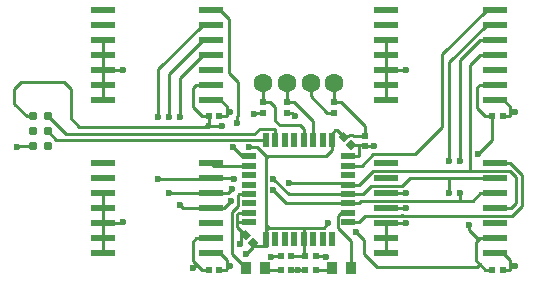
<source format=gtl>
G04 #@! TF.FileFunction,Copper,L1,Top,Signal*
%FSLAX46Y46*%
G04 Gerber Fmt 4.6, Leading zero omitted, Abs format (unit mm)*
G04 Created by KiCad (PCBNEW 0.201604290946+6713~44~ubuntu14.04.1-product) date Mon 11 Jul 2016 15:01:41 CEST*
%MOMM*%
%LPD*%
G01*
G04 APERTURE LIST*
%ADD10C,0.100000*%
%ADD11C,0.787000*%
%ADD12R,2.000000X0.600000*%
%ADD13C,1.600000*%
%ADD14R,0.500000X1.200000*%
%ADD15R,1.200000X0.500000*%
%ADD16R,0.950000X1.000000*%
%ADD17R,0.620000X0.620000*%
%ADD18C,0.600000*%
%ADD19C,0.280000*%
%ADD20C,0.250000*%
G04 APERTURE END LIST*
D10*
D11*
X77500000Y-122230000D03*
X78770000Y-122230000D03*
X77500000Y-123500000D03*
X78770000Y-123500000D03*
X77500000Y-124770000D03*
X78770000Y-124770000D03*
D12*
X83400000Y-113190000D03*
X83400000Y-114460000D03*
X83400000Y-115730000D03*
X83400000Y-117000000D03*
X83400000Y-118270000D03*
X83400000Y-119540000D03*
X83400000Y-120810000D03*
X92600000Y-120810000D03*
X92600000Y-119540000D03*
X92600000Y-118270000D03*
X92600000Y-117000000D03*
X92600000Y-115730000D03*
X92600000Y-114460000D03*
X92600000Y-113190000D03*
X107400000Y-126190000D03*
X107400000Y-127460000D03*
X107400000Y-128730000D03*
X107400000Y-130000000D03*
X107400000Y-131270000D03*
X107400000Y-132540000D03*
X107400000Y-133810000D03*
X116600000Y-133810000D03*
X116600000Y-132540000D03*
X116600000Y-131270000D03*
X116600000Y-130000000D03*
X116600000Y-128730000D03*
X116600000Y-127460000D03*
X116600000Y-126190000D03*
X83400000Y-126190000D03*
X83400000Y-127460000D03*
X83400000Y-128730000D03*
X83400000Y-130000000D03*
X83400000Y-131270000D03*
X83400000Y-132540000D03*
X83400000Y-133810000D03*
X92600000Y-133810000D03*
X92600000Y-132540000D03*
X92600000Y-131270000D03*
X92600000Y-130000000D03*
X92600000Y-128730000D03*
X92600000Y-127460000D03*
X92600000Y-126190000D03*
X107400000Y-113190000D03*
X107400000Y-114460000D03*
X107400000Y-115730000D03*
X107400000Y-117000000D03*
X107400000Y-118270000D03*
X107400000Y-119540000D03*
X107400000Y-120810000D03*
X116600000Y-120810000D03*
X116600000Y-119540000D03*
X116600000Y-118270000D03*
X116600000Y-117000000D03*
X116600000Y-115730000D03*
X116600000Y-114460000D03*
X116600000Y-113190000D03*
D13*
X103000000Y-119400000D03*
X101000000Y-119400000D03*
X99000000Y-119400000D03*
X97000000Y-119400000D03*
D14*
X97200000Y-132600000D03*
X98000000Y-132600000D03*
X98800000Y-132600000D03*
X99600000Y-132600000D03*
X100400000Y-132600000D03*
X101200000Y-132600000D03*
X102000000Y-132600000D03*
X102800000Y-132600000D03*
D15*
X104200000Y-131200000D03*
X104200000Y-130400000D03*
X104200000Y-129600000D03*
X104200000Y-128800000D03*
X104200000Y-128000000D03*
X104200000Y-127200000D03*
X104200000Y-126400000D03*
X104200000Y-125600000D03*
D14*
X102800000Y-124200000D03*
X102000000Y-124200000D03*
X101200000Y-124200000D03*
X100400000Y-124200000D03*
X99600000Y-124200000D03*
X98800000Y-124200000D03*
X98000000Y-124200000D03*
X97200000Y-124200000D03*
D15*
X95800000Y-125600000D03*
X95800000Y-126400000D03*
X95800000Y-127200000D03*
X95800000Y-128000000D03*
X95800000Y-128800000D03*
X95800000Y-129600000D03*
X95800000Y-130400000D03*
X95800000Y-131200000D03*
D16*
X97100000Y-135100000D03*
X95500000Y-135100000D03*
D17*
X116350000Y-135200000D03*
X117250000Y-135200000D03*
X92350000Y-135200000D03*
X93250000Y-135200000D03*
X92350000Y-122200000D03*
X93250000Y-122200000D03*
X105600000Y-123850000D03*
X105600000Y-124750000D03*
D10*
G36*
X103343396Y-123981802D02*
X103781802Y-123543396D01*
X104220208Y-123981802D01*
X103781802Y-124420208D01*
X103343396Y-123981802D01*
X103343396Y-123981802D01*
G37*
G36*
X103979792Y-124618198D02*
X104418198Y-124179792D01*
X104856604Y-124618198D01*
X104418198Y-125056604D01*
X103979792Y-124618198D01*
X103979792Y-124618198D01*
G37*
G36*
X96556604Y-132918198D02*
X96118198Y-133356604D01*
X95679792Y-132918198D01*
X96118198Y-132479792D01*
X96556604Y-132918198D01*
X96556604Y-132918198D01*
G37*
G36*
X95920208Y-132281802D02*
X95481802Y-132720208D01*
X95043396Y-132281802D01*
X95481802Y-131843396D01*
X95920208Y-132281802D01*
X95920208Y-132281802D01*
G37*
D17*
X99350000Y-134050000D03*
X98450000Y-134050000D03*
X100550000Y-134050000D03*
X101450000Y-134050000D03*
X98450000Y-135250000D03*
X99350000Y-135250000D03*
X116350000Y-122200000D03*
X117250000Y-122200000D03*
X101450000Y-135250000D03*
X100550000Y-135250000D03*
D16*
X102800000Y-135100000D03*
X104400000Y-135100000D03*
D17*
X97000000Y-121050000D03*
X97000000Y-121950000D03*
X103000000Y-121050000D03*
X103000000Y-121950000D03*
X99000000Y-121050000D03*
X99000000Y-121950000D03*
D18*
X114400000Y-131400000D03*
X115200000Y-125400000D03*
X104800000Y-132000000D03*
X102500000Y-131300000D03*
X91000000Y-135100000D03*
X95500000Y-133900000D03*
X93500000Y-123079990D03*
X95800000Y-124840000D03*
X109100000Y-128700000D03*
X109100000Y-130000000D03*
X97600000Y-134100000D03*
X102300000Y-134100000D03*
X76100000Y-124800000D03*
X96200000Y-122000000D03*
X109100000Y-118300000D03*
X109100000Y-131300000D03*
X85100000Y-118300000D03*
X95000000Y-133000000D03*
X94200000Y-134900000D03*
X94200000Y-121900000D03*
X118300000Y-121900000D03*
X118300000Y-134900000D03*
X85100000Y-131200000D03*
X99950000Y-135250000D03*
X99700000Y-122200000D03*
X106400000Y-124700000D03*
X99200000Y-127900000D03*
X94249999Y-129400000D03*
X89900000Y-129700000D03*
X89900000Y-122300000D03*
X97840000Y-128500000D03*
X94300000Y-128400000D03*
X89000000Y-128700000D03*
X89000000Y-122300000D03*
X113600000Y-128700000D03*
X113600000Y-126000000D03*
X97840000Y-127500000D03*
X94500000Y-127500000D03*
X88100000Y-127500000D03*
X88100000Y-122300000D03*
X112700000Y-128700000D03*
X112700000Y-126000000D03*
X94800000Y-122800000D03*
X94400000Y-124840000D03*
D19*
X114400000Y-131400000D02*
X114400000Y-131824264D01*
X114400000Y-131824264D02*
X115115736Y-132540000D01*
X115115736Y-132540000D02*
X115320000Y-132540000D01*
X116350000Y-122200000D02*
X116350000Y-124250000D01*
X116350000Y-124250000D02*
X115200000Y-125400000D01*
X115000000Y-134440000D02*
X115300000Y-134740000D01*
D20*
X106600000Y-135000000D02*
X115040000Y-135000000D01*
D19*
X115300000Y-134740000D02*
X115760000Y-135200000D01*
D20*
X115040000Y-135000000D02*
X115300000Y-134740000D01*
X105500000Y-133900000D02*
X106600000Y-135000000D01*
X105500000Y-132700000D02*
X105500000Y-133900000D01*
X104800000Y-132000000D02*
X105500000Y-132700000D01*
X100339999Y-131659999D02*
X102140001Y-131659999D01*
X102140001Y-131659999D02*
X102500000Y-131300000D01*
D19*
X91000000Y-134440000D02*
X91360000Y-134800000D01*
X91360000Y-134800000D02*
X91760000Y-135200000D01*
D20*
X91000000Y-135100000D02*
X91300000Y-134800000D01*
X91300000Y-134800000D02*
X91360000Y-134800000D01*
X96118198Y-132918198D02*
X96118198Y-133281802D01*
X96118198Y-133281802D02*
X95500000Y-133900000D01*
X93500000Y-123079990D02*
X92500000Y-123079990D01*
X92500000Y-123079990D02*
X92369990Y-123079990D01*
X92350000Y-122760000D02*
X92350000Y-122929990D01*
X92350000Y-122929990D02*
X92500000Y-123079990D01*
X92010000Y-123100000D02*
X92349980Y-123100000D01*
X92349980Y-123100000D02*
X92369990Y-123079990D01*
X92010000Y-123100000D02*
X92200000Y-122910000D01*
X92200000Y-122910000D02*
X92350000Y-122760000D01*
X92369990Y-123079990D02*
X92200000Y-122910000D01*
X97400000Y-125600000D02*
X97235002Y-125600000D01*
X97235002Y-125600000D02*
X96475002Y-124840000D01*
X96475002Y-124840000D02*
X95800000Y-124840000D01*
X77500000Y-122230000D02*
X76943507Y-122230000D01*
X81400000Y-123100000D02*
X92010000Y-123100000D01*
X76943507Y-122230000D02*
X75900000Y-121186493D01*
X75900000Y-121186493D02*
X75900000Y-119900000D01*
X75900000Y-119900000D02*
X76500000Y-119300000D01*
X76500000Y-119300000D02*
X80100000Y-119300000D01*
X80100000Y-119300000D02*
X80700000Y-119900000D01*
X80700000Y-119900000D02*
X80700000Y-122400000D01*
X80700000Y-122400000D02*
X81400000Y-123100000D01*
X92350000Y-122760000D02*
X92350000Y-122200000D01*
D19*
X97200000Y-131662002D02*
X97200000Y-131937998D01*
X97200000Y-125800000D02*
X97200000Y-131400000D01*
X97200000Y-131400000D02*
X97200000Y-131662002D01*
X97477999Y-131659999D02*
X97459999Y-131659999D01*
X97459999Y-131659999D02*
X97200000Y-131400000D01*
X97200000Y-131937998D02*
X97337998Y-131800000D01*
X97337998Y-131800000D02*
X97477999Y-131659999D01*
X97400000Y-125600000D02*
X97200000Y-125800000D01*
X97200000Y-131662002D02*
X97337998Y-131800000D01*
X102280000Y-125600000D02*
X97400000Y-125600000D01*
X102800000Y-124200000D02*
X102800000Y-125080000D01*
X102800000Y-125080000D02*
X102280000Y-125600000D01*
X97200000Y-132600000D02*
X97200000Y-131937998D01*
X97477999Y-131659999D02*
X100339999Y-131659999D01*
X100339999Y-131659999D02*
X100400000Y-131720000D01*
X100400000Y-131720000D02*
X100400000Y-132600000D01*
X96118198Y-132918198D02*
X96408111Y-133208111D01*
X96408111Y-133208111D02*
X96791889Y-133208111D01*
X96800000Y-133200000D02*
X97300000Y-133200000D01*
X96791889Y-133208111D02*
X96800000Y-133200000D01*
X97300000Y-133200000D02*
X97300000Y-132700000D01*
X97300000Y-132700000D02*
X97200000Y-132600000D01*
X115100000Y-119760000D02*
X115100000Y-121540000D01*
X115100000Y-121540000D02*
X115760000Y-122200000D01*
X115760000Y-122200000D02*
X116350000Y-122200000D01*
X116600000Y-119540000D02*
X115320000Y-119540000D01*
X115320000Y-119540000D02*
X115100000Y-119760000D01*
X115000000Y-132860000D02*
X115000000Y-134440000D01*
X115760000Y-135200000D02*
X116350000Y-135200000D01*
X116600000Y-132540000D02*
X115320000Y-132540000D01*
X115320000Y-132540000D02*
X115000000Y-132860000D01*
X91000000Y-132860000D02*
X91000000Y-134440000D01*
X91760000Y-135200000D02*
X92350000Y-135200000D01*
X92600000Y-132540000D02*
X91320000Y-132540000D01*
X91320000Y-132540000D02*
X91000000Y-132860000D01*
X91000000Y-119860000D02*
X91000000Y-121440000D01*
X91000000Y-121440000D02*
X91760000Y-122200000D01*
X91760000Y-122200000D02*
X92350000Y-122200000D01*
X92600000Y-119540000D02*
X91320000Y-119540000D01*
X91320000Y-119540000D02*
X91000000Y-119860000D01*
X100550000Y-134050000D02*
X99350000Y-134050000D01*
X100400000Y-132600000D02*
X100400000Y-133900000D01*
X100400000Y-133900000D02*
X100550000Y-134050000D01*
X103000000Y-121050000D02*
X103590000Y-121050000D01*
X103590000Y-121050000D02*
X105600000Y-123060000D01*
X105600000Y-123060000D02*
X105600000Y-123260000D01*
X105600000Y-123260000D02*
X105600000Y-123850000D01*
X103100000Y-123400000D02*
X103200000Y-123400000D01*
X103200000Y-123400000D02*
X103781802Y-123981802D01*
X102800000Y-123700000D02*
X103100000Y-123400000D01*
X102800000Y-124200000D02*
X102800000Y-123700000D01*
X105600000Y-123850000D02*
X104569254Y-123850000D01*
X104569254Y-123850000D02*
X104559036Y-123839782D01*
X103863604Y-123900000D02*
X103781802Y-123981802D01*
X104559036Y-123839782D02*
X104277360Y-123839782D01*
X104277360Y-123839782D02*
X104217142Y-123900000D01*
X104217142Y-123900000D02*
X103863604Y-123900000D01*
X103000000Y-121050000D02*
X103000000Y-119400000D01*
X98000000Y-124200000D02*
X98000000Y-123320000D01*
X98000000Y-123320000D02*
X97939999Y-123259999D01*
X97939999Y-123259999D02*
X96677999Y-123259999D01*
X96677999Y-123259999D02*
X96218008Y-123719990D01*
X96218008Y-123719990D02*
X80259990Y-123719990D01*
X80259990Y-123719990D02*
X78770000Y-122230000D01*
X97200000Y-124200000D02*
X79470000Y-124200000D01*
X79470000Y-124200000D02*
X78770000Y-123500000D01*
X107400000Y-128730000D02*
X109070000Y-128730000D01*
X109070000Y-128730000D02*
X109100000Y-128700000D01*
X107400000Y-130000000D02*
X109100000Y-130000000D01*
X98450000Y-134050000D02*
X97650000Y-134050000D01*
X97650000Y-134050000D02*
X97600000Y-134100000D01*
X101450000Y-134050000D02*
X102250000Y-134050000D01*
X102250000Y-134050000D02*
X102300000Y-134100000D01*
X77500000Y-124770000D02*
X76130000Y-124770000D01*
X76130000Y-124770000D02*
X76100000Y-124800000D01*
X97000000Y-121950000D02*
X96250000Y-121950000D01*
X96250000Y-121950000D02*
X96200000Y-122000000D01*
X107400000Y-118270000D02*
X109070000Y-118270000D01*
X109070000Y-118270000D02*
X109100000Y-118300000D01*
X107400000Y-131270000D02*
X109070000Y-131270000D01*
X109070000Y-131270000D02*
X109100000Y-131300000D01*
X83400000Y-118270000D02*
X85070000Y-118270000D01*
X85070000Y-118270000D02*
X85100000Y-118300000D01*
X107400000Y-120810000D02*
X107400000Y-119540000D01*
X107400000Y-118270000D02*
X107400000Y-119540000D01*
X107400000Y-117000000D02*
X107400000Y-118270000D01*
X107400000Y-115730000D02*
X107400000Y-117000000D01*
X95100000Y-131900000D02*
X95481802Y-132281802D01*
X94800000Y-131600000D02*
X95100000Y-131900000D01*
X95100000Y-131900000D02*
X95100000Y-132900000D01*
X95100000Y-132900000D02*
X95000000Y-133000000D01*
X93880000Y-134800000D02*
X93880000Y-135160000D01*
X93880000Y-134390000D02*
X93880000Y-134800000D01*
X93880000Y-134800000D02*
X94100000Y-134800000D01*
X94100000Y-134800000D02*
X94200000Y-134900000D01*
X93880000Y-121700000D02*
X93880000Y-122160000D01*
X93880000Y-121390000D02*
X93880000Y-121700000D01*
X93880000Y-121700000D02*
X94000000Y-121700000D01*
X94000000Y-121700000D02*
X94200000Y-121900000D01*
X117880000Y-121800000D02*
X117880000Y-122160000D01*
X117880000Y-121390000D02*
X117880000Y-121800000D01*
X117880000Y-121800000D02*
X118200000Y-121800000D01*
X118200000Y-121800000D02*
X118300000Y-121900000D01*
X117880000Y-134800000D02*
X117880000Y-135160000D01*
X117880000Y-134390000D02*
X117880000Y-134800000D01*
X117880000Y-134800000D02*
X118200000Y-134800000D01*
X118200000Y-134800000D02*
X118300000Y-134900000D01*
X107400000Y-132540000D02*
X107400000Y-131270000D01*
X107400000Y-133810000D02*
X107400000Y-132540000D01*
X83400000Y-131270000D02*
X85030000Y-131270000D01*
X85030000Y-131270000D02*
X85100000Y-131200000D01*
X83400000Y-115730000D02*
X83400000Y-117000000D01*
X83400000Y-117000000D02*
X83400000Y-118270000D01*
X83400000Y-119540000D02*
X83400000Y-118270000D01*
X83400000Y-120810000D02*
X83400000Y-119540000D01*
X83400000Y-130000000D02*
X83400000Y-128730000D01*
X83400000Y-132540000D02*
X83400000Y-133810000D01*
X83400000Y-131270000D02*
X83400000Y-132540000D01*
X83400000Y-130000000D02*
X83400000Y-131270000D01*
X92600000Y-133810000D02*
X93300000Y-133810000D01*
X93300000Y-133810000D02*
X93880000Y-134390000D01*
X93880000Y-135160000D02*
X93840000Y-135200000D01*
X93840000Y-135200000D02*
X93250000Y-135200000D01*
X92600000Y-120810000D02*
X93300000Y-120810000D01*
X93300000Y-120810000D02*
X93880000Y-121390000D01*
X93880000Y-122160000D02*
X93840000Y-122200000D01*
X93840000Y-122200000D02*
X93250000Y-122200000D01*
X116600000Y-133810000D02*
X117300000Y-133810000D01*
X117300000Y-133810000D02*
X117880000Y-134390000D01*
X117880000Y-135160000D02*
X117840000Y-135200000D01*
X117840000Y-135200000D02*
X117250000Y-135200000D01*
X116600000Y-120810000D02*
X117300000Y-120810000D01*
X117300000Y-120810000D02*
X117880000Y-121390000D01*
X117880000Y-122160000D02*
X117840000Y-122200000D01*
X117840000Y-122200000D02*
X117250000Y-122200000D01*
X99950000Y-135250000D02*
X99350000Y-135250000D01*
X100550000Y-135250000D02*
X99950000Y-135250000D01*
X99000000Y-121950000D02*
X99450000Y-121950000D01*
X99450000Y-121950000D02*
X99700000Y-122200000D01*
X103000000Y-121950000D02*
X102410000Y-121950000D01*
X101000000Y-120531370D02*
X101000000Y-119400000D01*
X102410000Y-121950000D02*
X101000000Y-120540000D01*
X101000000Y-120540000D02*
X101000000Y-120531370D01*
X104418198Y-124618198D02*
X105000000Y-124618198D01*
X105000000Y-124618198D02*
X105468198Y-124618198D01*
X105100000Y-125580000D02*
X105100000Y-124718198D01*
X105100000Y-124718198D02*
X105000000Y-124618198D01*
X104200000Y-125600000D02*
X105080000Y-125600000D01*
X105080000Y-125600000D02*
X105100000Y-125580000D01*
X94800000Y-131100000D02*
X94800000Y-131600000D01*
X94800000Y-131100000D02*
X94900000Y-131200000D01*
X94900000Y-131200000D02*
X95800000Y-131200000D01*
X94800000Y-130520000D02*
X94800000Y-131100000D01*
X95800000Y-130400000D02*
X94920000Y-130400000D01*
X94920000Y-130400000D02*
X94800000Y-130520000D01*
X105600000Y-124750000D02*
X106350000Y-124750000D01*
X106350000Y-124750000D02*
X106400000Y-124700000D01*
X105468198Y-124618198D02*
X105600000Y-124750000D01*
D20*
X89900000Y-122300000D02*
X89900000Y-119000000D01*
X99200000Y-127900000D02*
X104100000Y-127900000D01*
X104100000Y-127900000D02*
X104200000Y-128000000D01*
X92600000Y-130000000D02*
X93649999Y-130000000D01*
X93649999Y-130000000D02*
X94249999Y-129400000D01*
X90200000Y-130000000D02*
X92600000Y-130000000D01*
X89900000Y-129700000D02*
X90200000Y-130000000D01*
X92600000Y-117000000D02*
X91900000Y-117000000D01*
X91900000Y-117000000D02*
X89900000Y-119000000D01*
X106234999Y-126815001D02*
X114500000Y-126815001D01*
X114500000Y-126815001D02*
X117840003Y-126815001D01*
X116600000Y-117000000D02*
X115350000Y-117000000D01*
X115350000Y-117000000D02*
X114500000Y-117850000D01*
X114500000Y-117850000D02*
X114500000Y-126815001D01*
X104200000Y-128000000D02*
X105050000Y-128000000D01*
X105050000Y-128000000D02*
X106234999Y-126815001D01*
X117840003Y-126815001D02*
X118400000Y-127374998D01*
X118400000Y-127374998D02*
X118400000Y-129600000D01*
X118400000Y-129600000D02*
X118000000Y-130000000D01*
X118000000Y-130000000D02*
X116600000Y-130000000D01*
X89000000Y-118630000D02*
X89000000Y-122300000D01*
X104200000Y-129600000D02*
X98940000Y-129600000D01*
X98940000Y-129600000D02*
X97840000Y-128500000D01*
X92600000Y-128730000D02*
X93970000Y-128730000D01*
X93970000Y-128730000D02*
X94300000Y-128400000D01*
X89000000Y-128700000D02*
X92570000Y-128700000D01*
X92570000Y-128700000D02*
X92600000Y-128730000D01*
X92600000Y-115730000D02*
X91900000Y-115730000D01*
X91900000Y-115730000D02*
X89000000Y-118630000D01*
X105275001Y-129374999D02*
X113600000Y-129374999D01*
X113600000Y-129374999D02*
X114705001Y-129374999D01*
X113600000Y-128700000D02*
X113600000Y-129124264D01*
X113600000Y-129124264D02*
X113600000Y-129374999D01*
X113600000Y-117480000D02*
X113600000Y-126000000D01*
X116600000Y-115730000D02*
X115350000Y-115730000D01*
X115350000Y-115730000D02*
X113600000Y-117480000D01*
X104200000Y-129600000D02*
X105050000Y-129600000D01*
X105050000Y-129600000D02*
X105275001Y-129374999D01*
X114705001Y-129374999D02*
X115350000Y-128730000D01*
X115350000Y-128730000D02*
X116600000Y-128730000D01*
X88100000Y-122300000D02*
X88100000Y-118260000D01*
X104200000Y-128800000D02*
X99140000Y-128800000D01*
X99140000Y-128800000D02*
X97840000Y-127500000D01*
X92600000Y-127460000D02*
X94460000Y-127460000D01*
X94460000Y-127460000D02*
X94500000Y-127500000D01*
X88100000Y-127500000D02*
X92560000Y-127500000D01*
X92560000Y-127500000D02*
X92600000Y-127460000D01*
X92600000Y-114460000D02*
X91900000Y-114460000D01*
X91900000Y-114460000D02*
X88100000Y-118260000D01*
X109414998Y-127460000D02*
X112700000Y-127460000D01*
X112700000Y-127460000D02*
X115350000Y-127460000D01*
X112700000Y-128700000D02*
X112700000Y-128275736D01*
X112700000Y-128275736D02*
X112700000Y-127460000D01*
X116600000Y-114460000D02*
X115900000Y-114460000D01*
X115900000Y-114460000D02*
X112700000Y-117660000D01*
X112700000Y-117660000D02*
X112700000Y-126000000D01*
X104200000Y-128800000D02*
X105444998Y-128800000D01*
X105444998Y-128800000D02*
X106139999Y-128104999D01*
X106139999Y-128104999D02*
X108769999Y-128104999D01*
X108769999Y-128104999D02*
X109414998Y-127460000D01*
X115350000Y-127460000D02*
X116600000Y-127460000D01*
X94100000Y-118600000D02*
X94100000Y-113990000D01*
X94100000Y-113990000D02*
X93300000Y-113190000D01*
X93300000Y-113190000D02*
X92600000Y-113190000D01*
X94825001Y-119325001D02*
X94100000Y-118600000D01*
X94800000Y-122800000D02*
X94800000Y-122225002D01*
X94800000Y-122225002D02*
X94825001Y-122200001D01*
X94825001Y-122200001D02*
X94825001Y-119325001D01*
X95800000Y-125600000D02*
X95160000Y-125600000D01*
X95160000Y-125600000D02*
X94400000Y-124840000D01*
X104200000Y-131200000D02*
X105050000Y-131200000D01*
X105050000Y-131200000D02*
X105624999Y-130625001D01*
X108730000Y-130555002D02*
X108799999Y-130625001D01*
X117850000Y-126190000D02*
X116600000Y-126190000D01*
X105624999Y-130625001D02*
X108660001Y-130625001D01*
X118850010Y-129786400D02*
X118850009Y-127188597D01*
X108660001Y-130625001D02*
X108730000Y-130555002D01*
X108799999Y-130625001D02*
X118011409Y-130625001D01*
X118011409Y-130625001D02*
X118850010Y-129786400D01*
X118850009Y-127188597D02*
X117851412Y-126190000D01*
X117851412Y-126190000D02*
X117850000Y-126190000D01*
X95800000Y-126400000D02*
X92810000Y-126400000D01*
X92810000Y-126400000D02*
X92600000Y-126190000D01*
X104200000Y-126400000D02*
X105304998Y-126400000D01*
X105304998Y-126400000D02*
X106304998Y-125400000D01*
X106304998Y-125400000D02*
X109800000Y-125400000D01*
X115900000Y-113190000D02*
X116600000Y-113190000D01*
X109800000Y-125400000D02*
X112100000Y-123100000D01*
X112100000Y-123100000D02*
X112100000Y-116990000D01*
X112100000Y-116990000D02*
X115900000Y-113190000D01*
D19*
X99000000Y-121050000D02*
X99590000Y-121050000D01*
X99590000Y-121050000D02*
X101200000Y-122660000D01*
X101200000Y-122660000D02*
X101200000Y-123320000D01*
X101200000Y-123320000D02*
X101200000Y-124200000D01*
X99000000Y-121050000D02*
X99000000Y-119400000D01*
X98400000Y-123000000D02*
X100080000Y-123000000D01*
X100080000Y-123000000D02*
X100400000Y-123320000D01*
X100400000Y-123320000D02*
X100400000Y-124200000D01*
X98000000Y-122600000D02*
X98400000Y-123000000D01*
X98000000Y-121460000D02*
X98000000Y-122600000D01*
X97000000Y-121050000D02*
X97590000Y-121050000D01*
X97590000Y-121050000D02*
X98000000Y-121460000D01*
X97000000Y-121050000D02*
X97000000Y-119400000D01*
D20*
X94874999Y-129787378D02*
X94874999Y-128875001D01*
X94874999Y-128875001D02*
X94950000Y-128800000D01*
X94950000Y-128800000D02*
X95800000Y-128800000D01*
X94319990Y-133894990D02*
X94319990Y-130342387D01*
X94319990Y-130342387D02*
X94874999Y-129787378D01*
D19*
X94319990Y-133894990D02*
X95500000Y-135075000D01*
X95500000Y-135075000D02*
X95500000Y-135100000D01*
D20*
X104200000Y-130400000D02*
X103564998Y-130400000D01*
X103564998Y-130400000D02*
X103274999Y-130689999D01*
X103274999Y-130689999D02*
X103274999Y-131674999D01*
X103274999Y-131674999D02*
X104400000Y-132800000D01*
X104400000Y-132800000D02*
X104400000Y-134350000D01*
X104400000Y-134350000D02*
X104400000Y-135100000D01*
D19*
X104400000Y-135100000D02*
X104400000Y-135075000D01*
X98450000Y-135250000D02*
X97250000Y-135250000D01*
X97250000Y-135250000D02*
X97100000Y-135100000D01*
X101450000Y-135250000D02*
X102650000Y-135250000D01*
X102650000Y-135250000D02*
X102800000Y-135100000D01*
M02*

</source>
